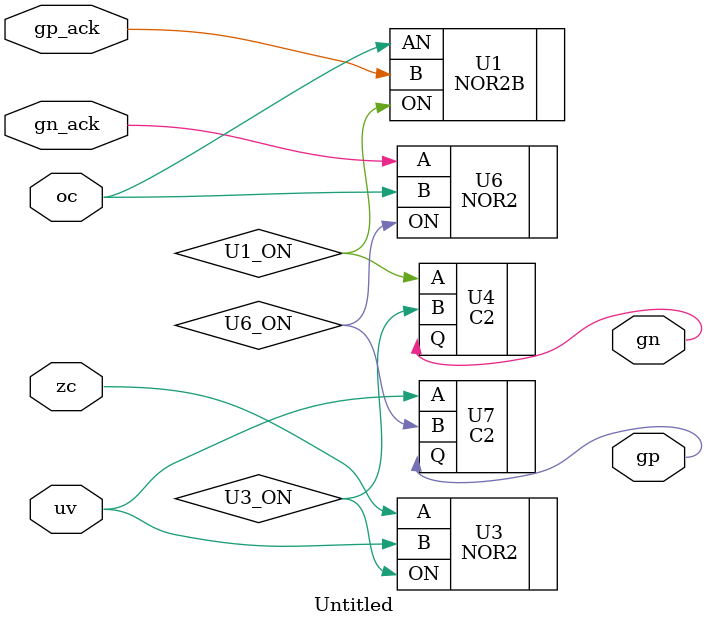
<source format=v>
module Untitled (gn, gp, oc, uv, zc, gn_ack, gp_ack);
    input oc, uv, zc, gn_ack, gp_ack;
    output gn, gp;

    NOR2B U1 (.ON(U1_ON), .AN(oc), .B(gp_ack));
    NOR2 U3 (.ON(U3_ON), .A(zc), .B(uv));
    C2 U4 (.Q(gn), .A(U1_ON), .B(U3_ON));
    NOR2 U6 (.ON(U6_ON), .A(gn_ack), .B(oc));
    C2 U7 (.Q(gp), .A(uv), .B(U6_ON));

    // signal values at the initial state:
    // !U1_ON U3_ON gn !U6_ON !gp !oc !uv !zc gn_ack !gp_ack
endmodule

</source>
